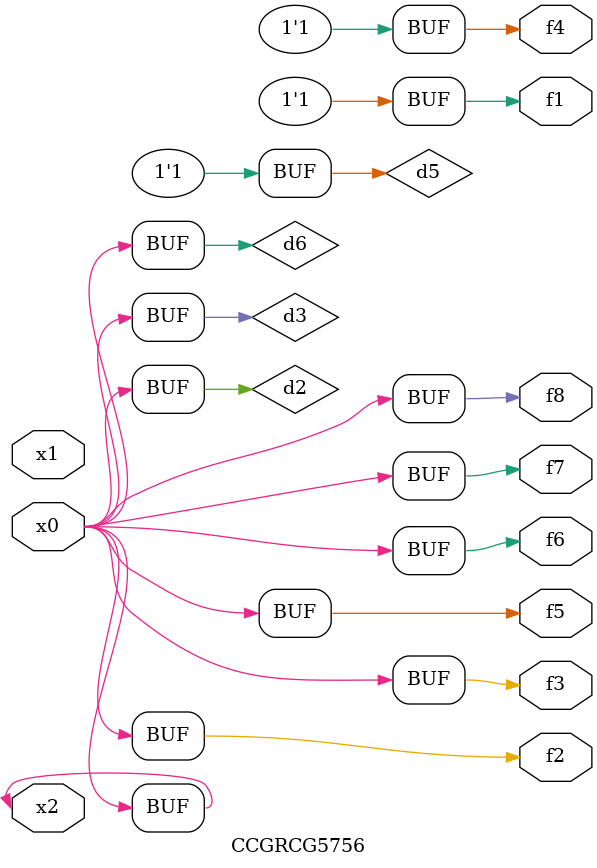
<source format=v>
module CCGRCG5756(
	input x0, x1, x2,
	output f1, f2, f3, f4, f5, f6, f7, f8
);

	wire d1, d2, d3, d4, d5, d6;

	xnor (d1, x2);
	buf (d2, x0, x2);
	and (d3, x0);
	xnor (d4, x1, x2);
	nand (d5, d1, d3);
	buf (d6, d2, d3);
	assign f1 = d5;
	assign f2 = d6;
	assign f3 = d6;
	assign f4 = d5;
	assign f5 = d6;
	assign f6 = d6;
	assign f7 = d6;
	assign f8 = d6;
endmodule

</source>
